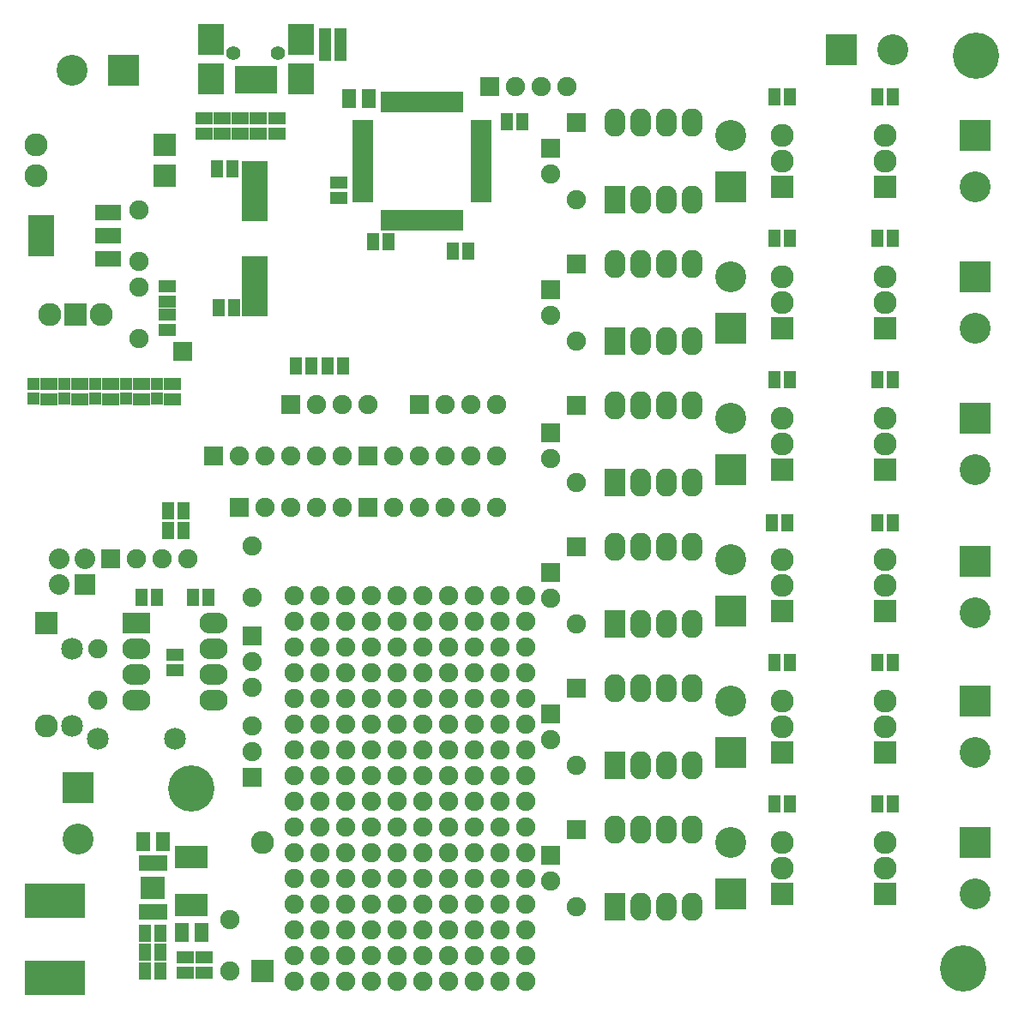
<source format=gts>
%FSLAX34Y34*%
G04 Gerber Fmt 3.4, Leading zero omitted, Abs format*
G04 (created by PCBNEW (2014-01-30 BZR 4648)-product) date Wed 16 Apr 2014 10:53:14 PM EDT*
%MOIN*%
G01*
G70*
G90*
G04 APERTURE LIST*
%ADD10C,0.005906*%
%ADD11C,0.075000*%
%ADD12C,0.180000*%
%ADD13R,0.039700X0.110600*%
%ADD14R,0.098700X0.118400*%
%ADD15C,0.055400*%
%ADD16R,0.232600X0.134200*%
%ADD17R,0.100000X0.164000*%
%ADD18R,0.100000X0.060000*%
%ADD19R,0.030000X0.080000*%
%ADD20R,0.080000X0.030000*%
%ADD21R,0.126300X0.090900*%
%ADD22R,0.055000X0.075000*%
%ADD23R,0.045000X0.065000*%
%ADD24R,0.065000X0.045000*%
%ADD25R,0.075000X0.075000*%
%ADD26C,0.085000*%
%ADD27R,0.098700X0.236500*%
%ADD28R,0.080000X0.080000*%
%ADD29C,0.080000*%
%ADD30R,0.051400X0.051400*%
%ADD31R,0.082000X0.110000*%
%ADD32O,0.082000X0.110000*%
%ADD33R,0.110000X0.082000*%
%ADD34O,0.110000X0.082000*%
%ADD35C,0.090000*%
%ADD36R,0.090000X0.090000*%
%ADD37R,0.094800X0.088100*%
%ADD38R,0.031800X0.060200*%
%ADD39R,0.120000X0.120000*%
%ADD40C,0.120000*%
G04 APERTURE END LIST*
G54D10*
G54D11*
X76050Y-28400D03*
X76050Y-29400D03*
X76050Y-30400D03*
X76050Y-31400D03*
X76050Y-32400D03*
X76050Y-33400D03*
X76050Y-34400D03*
X76050Y-35400D03*
X76050Y-36400D03*
X76050Y-37400D03*
X76050Y-38400D03*
X76050Y-39400D03*
X76050Y-40400D03*
X76050Y-41400D03*
X76050Y-42400D03*
X76050Y-43400D03*
X77050Y-43400D03*
X77050Y-42400D03*
X77050Y-41400D03*
X77050Y-40400D03*
X77050Y-39400D03*
X77050Y-38400D03*
X77050Y-37400D03*
X77050Y-36400D03*
X77050Y-35400D03*
X77050Y-34400D03*
X77050Y-33400D03*
X77050Y-32400D03*
X77050Y-31400D03*
X77050Y-30400D03*
X77050Y-29400D03*
X77050Y-28400D03*
X72050Y-28400D03*
X72050Y-29400D03*
X72050Y-30400D03*
X72050Y-31400D03*
X72050Y-32400D03*
X72050Y-33400D03*
X72050Y-34400D03*
X72050Y-35400D03*
X72050Y-36400D03*
X72050Y-37400D03*
X72050Y-38400D03*
X72050Y-39400D03*
X72050Y-40400D03*
X72050Y-41400D03*
X72050Y-42400D03*
X72050Y-43400D03*
X73050Y-43400D03*
X73050Y-42400D03*
X73050Y-41400D03*
X73050Y-40400D03*
X73050Y-39400D03*
X73050Y-38400D03*
X73050Y-37400D03*
X73050Y-36400D03*
X73050Y-35400D03*
X73050Y-34400D03*
X73050Y-33400D03*
X73050Y-32400D03*
X73050Y-31400D03*
X73050Y-30400D03*
X73050Y-29400D03*
X73050Y-28400D03*
X75050Y-28400D03*
X75050Y-29400D03*
X75050Y-30400D03*
X75050Y-31400D03*
X75050Y-32400D03*
X75050Y-33400D03*
X75050Y-34400D03*
X75050Y-35400D03*
X75050Y-36400D03*
X75050Y-37400D03*
X75050Y-38400D03*
X75050Y-39400D03*
X75050Y-40400D03*
X75050Y-41400D03*
X75050Y-42400D03*
X75050Y-43400D03*
X74050Y-43400D03*
X74050Y-42400D03*
X74050Y-41400D03*
X74050Y-40400D03*
X74050Y-39400D03*
X74050Y-38400D03*
X74050Y-37400D03*
X74050Y-36400D03*
X74050Y-35400D03*
X74050Y-34400D03*
X74050Y-33400D03*
X74050Y-32400D03*
X74050Y-31400D03*
X74050Y-30400D03*
X74050Y-29400D03*
X74050Y-28400D03*
X70050Y-28400D03*
X70050Y-29400D03*
X70050Y-30400D03*
X70050Y-31400D03*
X70050Y-32400D03*
X70050Y-33400D03*
X70050Y-34400D03*
X70050Y-35400D03*
X70050Y-36400D03*
X70050Y-37400D03*
X70050Y-38400D03*
X70050Y-39400D03*
X70050Y-40400D03*
X70050Y-41400D03*
X70050Y-42400D03*
X70050Y-43400D03*
X71050Y-43400D03*
X71050Y-42400D03*
X71050Y-41400D03*
X71050Y-40400D03*
X71050Y-39400D03*
X71050Y-38400D03*
X71050Y-37400D03*
X71050Y-36400D03*
X71050Y-35400D03*
X71050Y-34400D03*
X71050Y-33400D03*
X71050Y-32400D03*
X71050Y-31400D03*
X71050Y-30400D03*
X71050Y-29400D03*
X71050Y-28400D03*
X69050Y-28400D03*
X69050Y-29400D03*
X69050Y-30400D03*
X69050Y-31400D03*
X69050Y-32400D03*
X69050Y-33400D03*
X69050Y-34400D03*
X69050Y-35400D03*
X69050Y-36400D03*
X69050Y-37400D03*
X69050Y-38400D03*
X69050Y-39400D03*
X69050Y-40400D03*
X69050Y-41400D03*
X69050Y-42400D03*
X69050Y-43400D03*
X68050Y-43400D03*
X68050Y-42400D03*
X68050Y-41400D03*
X68050Y-40400D03*
X68050Y-39400D03*
X68050Y-38400D03*
X68050Y-37400D03*
X68050Y-36400D03*
X68050Y-35400D03*
X68050Y-34400D03*
X68050Y-33400D03*
X68050Y-32400D03*
X68050Y-31400D03*
X68050Y-30400D03*
X68050Y-29400D03*
X68050Y-28400D03*
G54D12*
X94550Y-7400D03*
G54D13*
X67180Y-8333D03*
X66865Y-8333D03*
X66550Y-8333D03*
X66235Y-8333D03*
X65920Y-8333D03*
G54D14*
X68302Y-8294D03*
X68302Y-6775D03*
X64798Y-8294D03*
X64798Y-6775D03*
G54D15*
X67416Y-7310D03*
X65684Y-7310D03*
G54D16*
X58750Y-43250D03*
X58750Y-40250D03*
G54D17*
X58200Y-14400D03*
G54D18*
X60800Y-14400D03*
X60800Y-13500D03*
X60800Y-15300D03*
G54D19*
X73490Y-9200D03*
X73295Y-9200D03*
X73100Y-9200D03*
X72900Y-9200D03*
X72705Y-9200D03*
X72510Y-9200D03*
X72310Y-9200D03*
X72115Y-9200D03*
X71920Y-9200D03*
X71720Y-9200D03*
X71525Y-9200D03*
X73490Y-13800D03*
X73295Y-13800D03*
X73100Y-13800D03*
X72900Y-13800D03*
X72705Y-13800D03*
X72510Y-13800D03*
X72310Y-13800D03*
X72115Y-13800D03*
X71920Y-13800D03*
X71720Y-13800D03*
X71525Y-13800D03*
G54D20*
X75300Y-10025D03*
X75300Y-10220D03*
X75300Y-10420D03*
X75300Y-10615D03*
X75300Y-10810D03*
X75300Y-11010D03*
X75300Y-11205D03*
X75300Y-11400D03*
X75300Y-11600D03*
X75300Y-11795D03*
X75300Y-11990D03*
X70700Y-11990D03*
X70700Y-11795D03*
X70700Y-11600D03*
X70700Y-11400D03*
X70700Y-11205D03*
X70700Y-11010D03*
X70700Y-10810D03*
X70700Y-10615D03*
X70700Y-10420D03*
X70700Y-10220D03*
X70700Y-10025D03*
X70700Y-12190D03*
X70700Y-12385D03*
X70700Y-12580D03*
X70700Y-12780D03*
X70700Y-12975D03*
X75300Y-12975D03*
X75300Y-12780D03*
X75300Y-12580D03*
X75300Y-12385D03*
X75300Y-12190D03*
G54D19*
X73690Y-13800D03*
X73885Y-13800D03*
X74080Y-13800D03*
X74280Y-13800D03*
X74475Y-13800D03*
X73690Y-9200D03*
X73885Y-9200D03*
X74080Y-9200D03*
X74280Y-9200D03*
X74475Y-9200D03*
G54D21*
X64050Y-38555D03*
X64050Y-40445D03*
G54D22*
X62175Y-37950D03*
X62925Y-37950D03*
X64425Y-41500D03*
X63675Y-41500D03*
G54D23*
X62240Y-41530D03*
X62840Y-41530D03*
X65650Y-11800D03*
X65050Y-11800D03*
X65700Y-17200D03*
X65100Y-17200D03*
G54D24*
X63100Y-16950D03*
X63100Y-16350D03*
X63100Y-18050D03*
X63100Y-17450D03*
G54D23*
X62240Y-42270D03*
X62840Y-42270D03*
G54D24*
X69775Y-12925D03*
X69775Y-12325D03*
G54D23*
X74800Y-15000D03*
X74200Y-15000D03*
X76300Y-9950D03*
X76900Y-9950D03*
X71700Y-14620D03*
X71100Y-14620D03*
X69250Y-7250D03*
X69850Y-7250D03*
G54D24*
X65230Y-10420D03*
X65230Y-9820D03*
G54D23*
X86700Y-36500D03*
X87300Y-36500D03*
X63150Y-25100D03*
X63750Y-25100D03*
X63150Y-25850D03*
X63750Y-25850D03*
X64700Y-28450D03*
X64100Y-28450D03*
X62100Y-28450D03*
X62700Y-28450D03*
G54D24*
X58500Y-20750D03*
X58500Y-20150D03*
X59700Y-20750D03*
X59700Y-20150D03*
X60900Y-20750D03*
X60900Y-20150D03*
X62100Y-20750D03*
X62100Y-20150D03*
G54D23*
X62850Y-43000D03*
X62250Y-43000D03*
G54D24*
X64550Y-42450D03*
X64550Y-43050D03*
G54D23*
X69250Y-6650D03*
X69850Y-6650D03*
X90700Y-9000D03*
X91300Y-9000D03*
X86700Y-9000D03*
X87300Y-9000D03*
X90700Y-14500D03*
X91300Y-14500D03*
X86700Y-14500D03*
X87300Y-14500D03*
X90700Y-25550D03*
X91300Y-25550D03*
X86600Y-25550D03*
X87200Y-25550D03*
X90700Y-31000D03*
X91300Y-31000D03*
X86700Y-31000D03*
X87300Y-31000D03*
X90700Y-36500D03*
X91300Y-36500D03*
X90700Y-20000D03*
X91300Y-20000D03*
X86700Y-20000D03*
X87300Y-20000D03*
G54D24*
X64530Y-10420D03*
X64530Y-9820D03*
X63800Y-43050D03*
X63800Y-42450D03*
G54D23*
X68100Y-19450D03*
X68700Y-19450D03*
X69350Y-19450D03*
X69950Y-19450D03*
G54D24*
X67370Y-9820D03*
X67370Y-10420D03*
X66650Y-9820D03*
X66650Y-10420D03*
X65930Y-9820D03*
X65930Y-10420D03*
G54D25*
X70900Y-22950D03*
G54D11*
X71900Y-22950D03*
X72900Y-22950D03*
X73900Y-22950D03*
X74900Y-22950D03*
X75900Y-22950D03*
G54D25*
X64900Y-22950D03*
G54D11*
X65900Y-22950D03*
X66900Y-22950D03*
X67900Y-22950D03*
X68900Y-22950D03*
X69900Y-22950D03*
G54D25*
X70900Y-24950D03*
G54D11*
X71900Y-24950D03*
X72900Y-24950D03*
X73900Y-24950D03*
X74900Y-24950D03*
X75900Y-24950D03*
G54D25*
X65900Y-24950D03*
G54D11*
X66900Y-24950D03*
X67900Y-24950D03*
X68900Y-24950D03*
X69900Y-24950D03*
G54D25*
X75650Y-8600D03*
G54D11*
X76650Y-8600D03*
X77650Y-8600D03*
X78650Y-8600D03*
G54D25*
X67900Y-20950D03*
G54D11*
X68900Y-20950D03*
X69900Y-20950D03*
X70900Y-20950D03*
G54D25*
X72900Y-20950D03*
G54D11*
X73900Y-20950D03*
X74900Y-20950D03*
X75900Y-20950D03*
G54D25*
X60900Y-26950D03*
G54D11*
X61900Y-26950D03*
X62900Y-26950D03*
X63900Y-26950D03*
G54D25*
X66400Y-35450D03*
G54D11*
X66400Y-34450D03*
X66400Y-33450D03*
G54D25*
X66400Y-29950D03*
G54D11*
X66400Y-30950D03*
X66400Y-31950D03*
G54D25*
X78000Y-11000D03*
G54D11*
X78000Y-12000D03*
G54D25*
X78000Y-16500D03*
G54D11*
X78000Y-17500D03*
G54D25*
X78000Y-22050D03*
G54D11*
X78000Y-23050D03*
G54D25*
X78000Y-27500D03*
G54D11*
X78000Y-28500D03*
G54D25*
X78000Y-33000D03*
G54D11*
X78000Y-34000D03*
G54D25*
X78000Y-38500D03*
G54D11*
X78000Y-39500D03*
G54D26*
X60400Y-33950D03*
X63400Y-33950D03*
X59400Y-33450D03*
X59400Y-30450D03*
G54D27*
X66500Y-16350D03*
X66500Y-12650D03*
G54D28*
X59900Y-27950D03*
G54D29*
X58900Y-27950D03*
X59900Y-26950D03*
X58900Y-26950D03*
G54D30*
X61500Y-20745D03*
X61500Y-20155D03*
X60300Y-20745D03*
X60300Y-20155D03*
X59100Y-20745D03*
X59100Y-20155D03*
X57900Y-20745D03*
X57900Y-20155D03*
G54D31*
X80500Y-13000D03*
G54D32*
X81500Y-13000D03*
X82500Y-13000D03*
X83500Y-13000D03*
X83500Y-10000D03*
X82500Y-10000D03*
X81500Y-10000D03*
X80500Y-10000D03*
G54D31*
X80500Y-18500D03*
G54D32*
X81500Y-18500D03*
X82500Y-18500D03*
X83500Y-18500D03*
X83500Y-15500D03*
X82500Y-15500D03*
X81500Y-15500D03*
X80500Y-15500D03*
G54D31*
X80500Y-29500D03*
G54D32*
X81500Y-29500D03*
X82500Y-29500D03*
X83500Y-29500D03*
X83500Y-26500D03*
X82500Y-26500D03*
X81500Y-26500D03*
X80500Y-26500D03*
G54D31*
X80500Y-35000D03*
G54D32*
X81500Y-35000D03*
X82500Y-35000D03*
X83500Y-35000D03*
X83500Y-32000D03*
X82500Y-32000D03*
X81500Y-32000D03*
X80500Y-32000D03*
G54D31*
X80500Y-40500D03*
G54D32*
X81500Y-40500D03*
X82500Y-40500D03*
X83500Y-40500D03*
X83500Y-37500D03*
X82500Y-37500D03*
X81500Y-37500D03*
X80500Y-37500D03*
G54D31*
X80500Y-24000D03*
G54D32*
X81500Y-24000D03*
X82500Y-24000D03*
X83500Y-24000D03*
X83500Y-21000D03*
X82500Y-21000D03*
X81500Y-21000D03*
X80500Y-21000D03*
G54D33*
X61900Y-29450D03*
G54D34*
X61900Y-30450D03*
X61900Y-31450D03*
X61900Y-32450D03*
X64900Y-32450D03*
X64900Y-31450D03*
X64900Y-30450D03*
X64900Y-29450D03*
G54D35*
X58000Y-10850D03*
G54D36*
X63000Y-10850D03*
G54D35*
X58000Y-12050D03*
G54D36*
X63000Y-12050D03*
G54D35*
X66800Y-38000D03*
G54D36*
X66800Y-43000D03*
G54D11*
X66400Y-26450D03*
X66400Y-28450D03*
X65550Y-43000D03*
X65550Y-41000D03*
X60400Y-30450D03*
X60400Y-32450D03*
X62000Y-18400D03*
X62000Y-16400D03*
X62000Y-13400D03*
X62000Y-15400D03*
G54D22*
X70925Y-9050D03*
X70175Y-9050D03*
G54D37*
X62550Y-39750D03*
G54D38*
X62550Y-40695D03*
X62353Y-40695D03*
X62156Y-40695D03*
X62747Y-40695D03*
X62944Y-40695D03*
X62944Y-38805D03*
X62747Y-38805D03*
X62550Y-38805D03*
X62353Y-38805D03*
X62156Y-38805D03*
G54D35*
X87000Y-21500D03*
X87000Y-22500D03*
G54D36*
X87000Y-23500D03*
G54D35*
X91000Y-21500D03*
X91000Y-22500D03*
G54D36*
X91000Y-23500D03*
G54D35*
X87000Y-38000D03*
X87000Y-39000D03*
G54D36*
X87000Y-40000D03*
G54D35*
X91000Y-38000D03*
X91000Y-39000D03*
G54D36*
X91000Y-40000D03*
G54D35*
X87000Y-32500D03*
X87000Y-33500D03*
G54D36*
X87000Y-34500D03*
G54D35*
X91000Y-32500D03*
X91000Y-33500D03*
G54D36*
X91000Y-34500D03*
G54D35*
X87000Y-27000D03*
X87000Y-28000D03*
G54D36*
X87000Y-29000D03*
G54D35*
X91000Y-27000D03*
X91000Y-28000D03*
G54D36*
X91000Y-29000D03*
G54D35*
X87000Y-16000D03*
X87000Y-17000D03*
G54D36*
X87000Y-18000D03*
G54D35*
X91000Y-16000D03*
X91000Y-17000D03*
G54D36*
X91000Y-18000D03*
G54D35*
X87000Y-10500D03*
X87000Y-11500D03*
G54D36*
X87000Y-12500D03*
G54D35*
X91000Y-10500D03*
X91000Y-11500D03*
G54D36*
X91000Y-12500D03*
G54D35*
X58550Y-17450D03*
G54D36*
X59550Y-17450D03*
G54D35*
X60550Y-17450D03*
G54D39*
X85000Y-40000D03*
G54D40*
X85000Y-38000D03*
G54D39*
X85000Y-34500D03*
G54D40*
X85000Y-32500D03*
G54D39*
X85000Y-29000D03*
G54D40*
X85000Y-27000D03*
G54D39*
X85000Y-18000D03*
G54D40*
X85000Y-16000D03*
G54D39*
X85000Y-12500D03*
G54D40*
X85000Y-10500D03*
G54D39*
X94500Y-10500D03*
G54D40*
X94500Y-12500D03*
G54D39*
X94500Y-16000D03*
G54D40*
X94500Y-18000D03*
G54D39*
X94500Y-21500D03*
G54D40*
X94500Y-23500D03*
G54D39*
X94500Y-27050D03*
G54D40*
X94500Y-29050D03*
G54D39*
X94500Y-32500D03*
G54D40*
X94500Y-34500D03*
G54D39*
X94500Y-38000D03*
G54D40*
X94500Y-40000D03*
G54D39*
X85000Y-23500D03*
G54D40*
X85000Y-21500D03*
G54D25*
X79000Y-21000D03*
G54D11*
X79000Y-24000D03*
G54D25*
X79000Y-37500D03*
G54D11*
X79000Y-40500D03*
G54D25*
X79000Y-32000D03*
G54D11*
X79000Y-35000D03*
G54D25*
X79000Y-26500D03*
G54D11*
X79000Y-29500D03*
G54D25*
X79000Y-15500D03*
G54D11*
X79000Y-18500D03*
G54D25*
X79000Y-10000D03*
G54D11*
X79000Y-13000D03*
G54D39*
X61400Y-7950D03*
G54D40*
X59400Y-7950D03*
G54D35*
X58400Y-33450D03*
G54D36*
X58400Y-29450D03*
G54D24*
X63400Y-30700D03*
X63400Y-31300D03*
G54D39*
X59650Y-35850D03*
G54D40*
X59650Y-37850D03*
G54D24*
X63300Y-20750D03*
X63300Y-20150D03*
G54D30*
X62700Y-20745D03*
X62700Y-20155D03*
G54D25*
X63700Y-18900D03*
G54D39*
X89300Y-7150D03*
G54D40*
X91300Y-7150D03*
G54D12*
X64050Y-35900D03*
X94050Y-42900D03*
M02*

</source>
